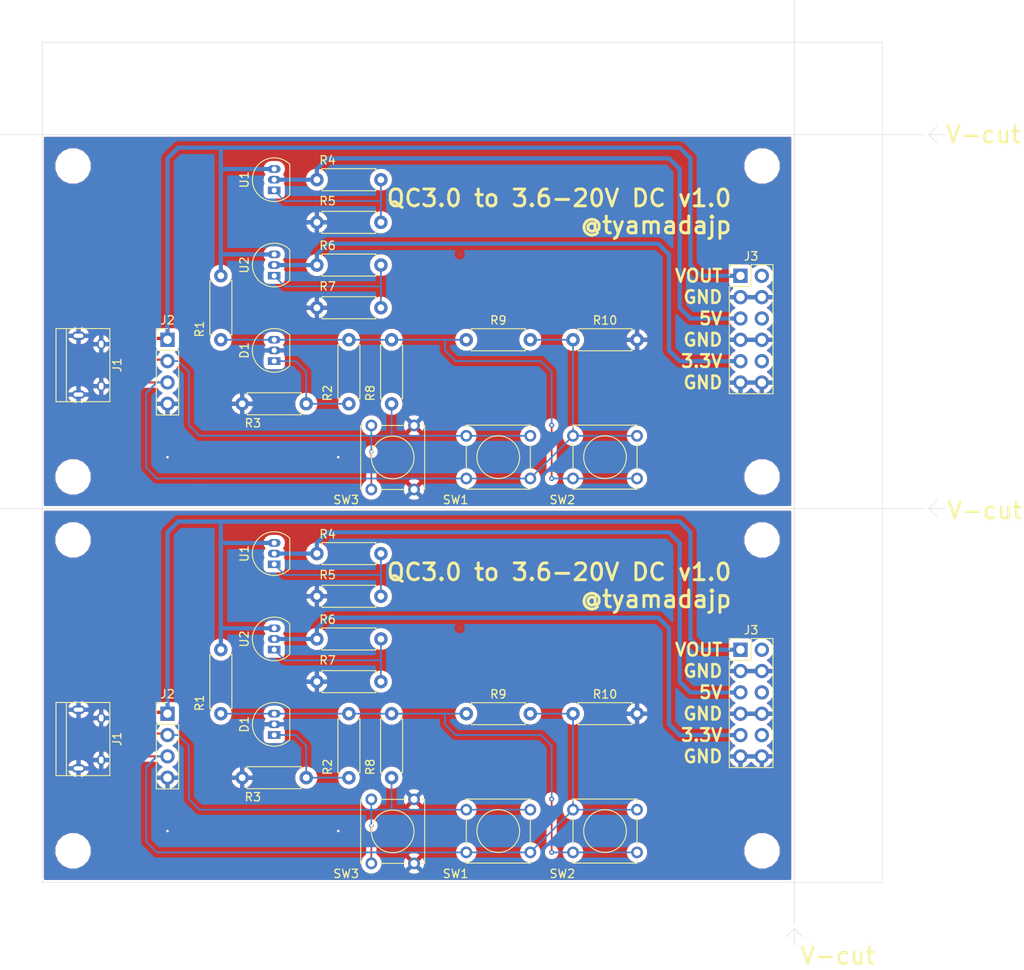
<source format=kicad_pcb>
(kicad_pcb (version 4) (host pcbnew 4.0.7)
  (title_block (title "PCB Namecard - QC3.0 Adapter") (date 2019-08-18) (rev 1) (company "Taisuke Yamada"))
  (layers (0 F.Cu signal) (31 B.Cu signal) (34 B.Paste user hide) (35 F.Paste user hide) (36 B.SilkS user) (37 F.SilkS user) (38 B.Mask user) (39 F.Mask user) (44 Edge.Cuts user))
  (net 0 "")
  (net 1 "Net-(J1-Pad3)")
  (net 2 GND)
  (net 3 "Net-(J1-Pad2)")
  (net 4 "Net-(J1-Pad1)")
  (net 5 "Net-(R6-Pad2)")
  (net 6 "Net-(D1-Pad3)")
  (net 7 "Net-(D1-Pad1)")
  (net 8 "Net-(J3-Pad5)")
  (net 9 "Net-(J3-Pad10)")
  (net 10 "Net-(R4-Pad2)")
  (module Resistors_THT:R_Axial_DIN0207_L6.3mm_D2.5mm_P7.62mm_Horizontal (layer F.Cu) (at 105.31 91.6 180)
    (fp_text reference R7 (at 6.35 2.54 180) (layer F.SilkS))
    (fp_text value 330)
    (pad 1 thru_hole circle (at 0 0 180) (size 1.6 1.6) (drill 0.8) (layers *.Cu *.Mask) (net 5 "Net-(R6-Pad2)"))
    (pad 2 thru_hole oval (at 7.62 0 180) (size 1.6 1.6) (drill 0.8) (layers *.Cu *.Mask) (net 2 GND))
  )
  (module Resistors_THT:R_Axial_DIN0207_L6.3mm_D2.5mm_P7.62mm_Horizontal (layer F.Cu) (at 97.69 76.36)
    (fp_text reference R4 (at 1.27 -2.31) (layer F.SilkS))
    (fp_text value 330)
    (pad 1 thru_hole circle (at 0 0) (size 1.6 1.6) (drill 0.8) (layers *.Cu *.Mask) (net 8 "Net-(J3-Pad5)"))
    (pad 2 thru_hole oval (at 7.62 0) (size 1.6 1.6) (drill 0.8) (layers *.Cu *.Mask) (net 10 "Net-(R4-Pad2)"))
  )
  (module TO_SOT_Packages_THT:TO-92_Inline_Narrow_Oval (layer F.Cu) (at 92.61 87.79 90)
    (fp_text reference U2 (at 1.27 -3.56 90) (layer F.SilkS))
    (fp_text value LM317)
    (pad 2 thru_hole oval (at 1.27 0 270) (size 0.9 1.5) (drill 0.6) (layers *.Cu *.Mask) (net 9 "Net-(J3-Pad10)"))
    (pad 3 thru_hole oval (at 2.54 0 270) (size 0.9 1.5) (drill 0.6) (layers *.Cu *.Mask) (net 4 "Net-(J1-Pad1)"))
    (pad 1 thru_hole rect (at 0 0 270) (size 0.9 1.5) (drill 0.6) (layers *.Cu *.Mask) (net 5 "Net-(R6-Pad2)"))
  )
  (module Resistors_THT:R_Axial_DIN0207_L6.3mm_D2.5mm_P7.62mm_Horizontal (layer F.Cu) (at 97.69 86.52)
    (fp_text reference R6 (at 1.27 -2.31) (layer F.SilkS))
    (fp_text value 220)
    (pad 1 thru_hole circle (at 0 0) (size 1.6 1.6) (drill 0.8) (layers *.Cu *.Mask) (net 9 "Net-(J3-Pad10)"))
    (pad 2 thru_hole oval (at 7.62 0) (size 1.6 1.6) (drill 0.8) (layers *.Cu *.Mask) (net 5 "Net-(R6-Pad2)"))
  )
  (module TO_SOT_Packages_THT:TO-92_Inline_Narrow_Oval (layer F.Cu) (at 92.61 77.63 90)
    (fp_text reference U1 (at 1.27 -3.56 90) (layer F.SilkS))
    (fp_text value LM317)
    (pad 2 thru_hole oval (at 1.27 0 270) (size 0.9 1.5) (drill 0.6) (layers *.Cu *.Mask) (net 8 "Net-(J3-Pad5)"))
    (pad 3 thru_hole oval (at 2.54 0 270) (size 0.9 1.5) (drill 0.6) (layers *.Cu *.Mask) (net 4 "Net-(J1-Pad1)"))
    (pad 1 thru_hole rect (at 0 0 270) (size 0.9 1.5) (drill 0.6) (layers *.Cu *.Mask) (net 10 "Net-(R4-Pad2)"))
  )
  (module Resistors_THT:R_Axial_DIN0207_L6.3mm_D2.5mm_P7.62mm_Horizontal (layer F.Cu) (at 105.31 81.44 180)
    (fp_text reference R5 (at 6.35 2.54 180) (layer F.SilkS))
    (fp_text value 1K)
    (pad 1 thru_hole circle (at 0 0 180) (size 1.6 1.6) (drill 0.8) (layers *.Cu *.Mask) (net 10 "Net-(R4-Pad2)"))
    (pad 2 thru_hole oval (at 7.62 0 180) (size 1.6 1.6) (drill 0.8) (layers *.Cu *.Mask) (net 2 GND))
  )
  (module TO_SOT_Packages_THT:TO-92_Inline_Narrow_Oval (layer F.Cu) (at 92.61 97.95 90)
    (fp_text reference D1 (at 1.27 -3.56 90) (layer F.SilkS))
    (fp_text value TL431)
    (pad 2 thru_hole oval (at 1.27 0 270) (size 0.9 1.5) (drill 0.6) (layers *.Cu *.Mask) (net 2 GND))
    (pad 3 thru_hole oval (at 2.54 0 270) (size 0.9 1.5) (drill 0.6) (layers *.Cu *.Mask) (net 6 "Net-(D1-Pad3)"))
    (pad 1 thru_hole rect (at 0 0 270) (size 0.9 1.5) (drill 0.6) (layers *.Cu *.Mask) (net 7 "Net-(D1-Pad1)"))
  )
  (module Resistors_THT:R_Axial_DIN0207_L6.3mm_D2.5mm_P7.62mm_Horizontal (layer F.Cu) (at 106.58 95.41 270)
    (fp_text reference R8 (at 6.35 2.54 270) (layer F.SilkS))
    (fp_text value 10K)
    (pad 1 thru_hole circle (at 0 0 270) (size 1.6 1.6) (drill 0.8) (layers *.Cu *.Mask) (net 6 "Net-(D1-Pad3)"))
    (pad 2 thru_hole oval (at 7.62 0 270) (size 1.6 1.6) (drill 0.8) (layers *.Cu *.Mask) (net 3 "Net-(J1-Pad2)"))
  )
  (module Resistors_THT:R_Axial_DIN0207_L6.3mm_D2.5mm_P7.62mm_Horizontal (layer F.Cu) (at 101.5 95.41 270)
    (fp_text reference R2 (at 6.35 2.54 270) (layer F.SilkS))
    (fp_text value 3.3K)
    (pad 1 thru_hole circle (at 0 0 270) (size 1.6 1.6) (drill 0.8) (layers *.Cu *.Mask) (net 6 "Net-(D1-Pad3)"))
    (pad 2 thru_hole oval (at 7.62 0 270) (size 1.6 1.6) (drill 0.8) (layers *.Cu *.Mask) (net 7 "Net-(D1-Pad1)"))
  )
  (module Buttons_Switches_THT:SW_Tactile_Straight_KSA0Axx1LFTR (layer F.Cu) (at 104.17 113.23 90)
    (fp_text reference SW3 (at -1.23 -3 180) (layer F.SilkS))
    (fp_text value INIT)
    (pad 1 thru_hole circle (at 7.62 0 90) (size 1.397 1.397) (drill 0.8128) (layers *.Cu *.Mask) (net 3 "Net-(J1-Pad2)"))
    (pad 2 thru_hole circle (at 7.62 5.08 90) (size 1.397 1.397) (drill 0.8128) (layers *.Cu *.Mask) (net 2 GND))
    (pad 1 thru_hole circle (at 0 0 90) (size 1.397 1.397) (drill 0.8128) (layers *.Cu *.Mask) (net 3 "Net-(J1-Pad2)"))
    (pad 2 thru_hole circle (at 0 5.08 90) (size 1.397 1.397) (drill 0.8128) (layers *.Cu *.Mask) (net 2 GND))
  )
  (module Resistors_THT:R_Axial_DIN0207_L6.3mm_D2.5mm_P7.62mm_Horizontal (layer F.Cu) (at 96.42 103.03 180)
    (fp_text reference R3 (at 6.35 -2.31 180) (layer F.SilkS))
    (fp_text value 10K)
    (pad 1 thru_hole circle (at 0 0 180) (size 1.6 1.6) (drill 0.8) (layers *.Cu *.Mask) (net 7 "Net-(D1-Pad1)"))
    (pad 2 thru_hole oval (at 7.62 0 180) (size 1.6 1.6) (drill 0.8) (layers *.Cu *.Mask) (net 2 GND))
  )
  (module Pin_Headers:Pin_Header_Straight_1x04_Pitch2.54mm (layer F.Cu) (at 79.91 95.41)
    (fp_text reference J2 (at 0 -2.33) (layer F.SilkS))
    (fp_text value USB_ALT)
    (pad 1 thru_hole rect (at 0 0) (size 1.7 1.7) (drill 1) (layers *.Cu *.Mask) (net 4 "Net-(J1-Pad1)"))
    (pad 2 thru_hole oval (at 0 2.54) (size 1.7 1.7) (drill 1) (layers *.Cu *.Mask) (net 3 "Net-(J1-Pad2)"))
    (pad 3 thru_hole oval (at 0 5.08) (size 1.7 1.7) (drill 1) (layers *.Cu *.Mask) (net 1 "Net-(J1-Pad3)"))
    (pad 4 thru_hole oval (at 0 7.62) (size 1.7 1.7) (drill 1) (layers *.Cu *.Mask) (net 2 GND))
  )
  (module MountingHole:MountingHole_3.2mm_M3 (layer F.Cu) (at 68.67 111.73)
    (fp_text reference MH4 hide)
    (fp_text value M3 hide)
    (pad 1 np_thru_hole circle (at 0 0) (size 3.2 3.2) (drill 3.2) (layers *.Cu *.Mask))
  )
  (module Resistors_THT:R_Axial_DIN0207_L6.3mm_D2.5mm_P7.62mm_Horizontal (layer F.Cu) (at 86.26 87.79 270)
    (fp_text reference R1 (at 6.35 2.54 270) (layer F.SilkS))
    (fp_text value 100)
    (pad 1 thru_hole circle (at 0 0 270) (size 1.6 1.6) (drill 0.8) (layers *.Cu *.Mask) (net 4 "Net-(J1-Pad1)"))
    (pad 2 thru_hole oval (at 7.62 0 270) (size 1.6 1.6) (drill 0.8) (layers *.Cu *.Mask) (net 6 "Net-(D1-Pad3)"))
  )
  (module Connectors:USB_Micro-B (layer F.Cu) (at 70.67 98.43 270)
    (fp_text reference J1 (at 0 -3.24 270) (layer F.SilkS))
    (fp_text value USB_OTG)
    (pad 1 smd rect (at -1.3 -1.35) (size 1.35 0.4) (layers F.Cu F.Paste F.Mask) (net 4 "Net-(J1-Pad1)"))
    (pad 2 smd rect (at -0.65 -1.35) (size 1.35 0.4) (layers F.Cu F.Paste F.Mask) (net 3 "Net-(J1-Pad2)"))
    (pad 3 smd rect (at 0 -1.35) (size 1.35 0.4) (layers F.Cu F.Paste F.Mask) (net 1 "Net-(J1-Pad3)"))
    (pad 4 smd rect (at 0.65 -1.35) (size 1.35 0.4) (layers F.Cu F.Paste F.Mask) (net 2 GND))
    (pad 5 smd rect (at 1.3 -1.35) (size 1.35 0.4) (layers F.Cu F.Paste F.Mask) (net 2 GND))
    (pad 6 thru_hole oval (at -2.5 -1.35) (size 0.95 1.25) (drill oval 0.55 0.85) (layers *.Cu *.Mask) (net 2 GND))
    (pad 6 thru_hole oval (at 2.5 -1.35) (size 0.95 1.25) (drill oval 0.55 0.85) (layers *.Cu *.Mask) (net 2 GND))
    (pad 6 thru_hole oval (at -3.5 1.35) (size 1.55 1) (drill oval 1.15 0.5) (layers *.Cu *.Mask) (net 2 GND))
    (pad 6 thru_hole oval (at 3.5 1.35) (size 1.55 1) (drill oval 1.15 0.5) (layers *.Cu *.Mask) (net 2 GND))
  )
  (module MountingHole:MountingHole_3.2mm_M3 (layer F.Cu) (at 68.67 74.73)
    (fp_text reference MH1 hide)
    (fp_text value M3 hide)
    (pad 1 np_thru_hole circle (at 0 0) (size 3.2 3.2) (drill 3.2) (layers *.Cu *.Mask))
  )
  (module Pin_Headers:Pin_Header_Straight_2x06_Pitch2.54mm (layer F.Cu) (at 148.1 87.8)
    (fp_text reference J3 (at 1.27 -2.33) (layer F.SilkS))
    (fp_text value POWER_OUT)
    (pad 1 thru_hole rect (at 0 0) (size 1.7 1.7) (drill 1) (layers *.Cu *.Mask) (net 4 "Net-(J1-Pad1)"))
    (pad 2 thru_hole oval (at 2.54 0) (size 1.7 1.7) (drill 1) (layers *.Cu *.Mask) (net 4 "Net-(J1-Pad1)"))
    (pad 3 thru_hole oval (at 0 2.54) (size 1.7 1.7) (drill 1) (layers *.Cu *.Mask) (net 2 GND))
    (pad 4 thru_hole oval (at 2.54 2.54) (size 1.7 1.7) (drill 1) (layers *.Cu *.Mask) (net 2 GND))
    (pad 5 thru_hole oval (at 0 5.08) (size 1.7 1.7) (drill 1) (layers *.Cu *.Mask) (net 8 "Net-(J3-Pad5)"))
    (pad 6 thru_hole oval (at 2.54 5.08) (size 1.7 1.7) (drill 1) (layers *.Cu *.Mask) (net 8 "Net-(J3-Pad5)"))
    (pad 7 thru_hole oval (at 0 7.62) (size 1.7 1.7) (drill 1) (layers *.Cu *.Mask) (net 2 GND))
    (pad 8 thru_hole oval (at 2.54 7.62) (size 1.7 1.7) (drill 1) (layers *.Cu *.Mask) (net 2 GND))
    (pad 9 thru_hole oval (at 0 10.16) (size 1.7 1.7) (drill 1) (layers *.Cu *.Mask) (net 9 "Net-(J3-Pad10)"))
    (pad 10 thru_hole oval (at 2.54 10.16) (size 1.7 1.7) (drill 1) (layers *.Cu *.Mask) (net 9 "Net-(J3-Pad10)"))
    (pad 11 thru_hole oval (at 0 12.7) (size 1.7 1.7) (drill 1) (layers *.Cu *.Mask) (net 2 GND))
    (pad 12 thru_hole oval (at 2.54 12.7) (size 1.7 1.7) (drill 1) (layers *.Cu *.Mask) (net 2 GND))
  )
  (module MountingHole:MountingHole_3.2mm_M3 (layer F.Cu) (at 150.67 74.73)
    (fp_text reference MH2 hide)
    (fp_text value M3 hide)
    (pad 1 np_thru_hole circle (at 0 0) (size 3.2 3.2) (drill 3.2) (layers *.Cu *.Mask))
  )
  (module Resistors_THT:R_Axial_DIN0207_L6.3mm_D2.5mm_P7.62mm_Horizontal (layer F.Cu) (at 128.17 95.41)
    (fp_text reference R10 (at 3.81 -2.31) (layer F.SilkS))
    (fp_text value 3.3K)
    (pad 1 thru_hole circle (at 0 0) (size 1.6 1.6) (drill 0.8) (layers *.Cu *.Mask) (net 1 "Net-(J1-Pad3)"))
    (pad 2 thru_hole oval (at 7.62 0) (size 1.6 1.6) (drill 0.8) (layers *.Cu *.Mask) (net 2 GND))
  )
  (module Buttons_Switches_THT:SW_Tactile_Straight_KSA0Axx1LFTR (layer F.Cu) (at 128.17 106.84)
    (fp_text reference SW2 (at -1.27 7.62) (layer F.SilkS))
    (fp_text value UP)
    (pad 1 thru_hole circle (at 7.62 0) (size 1.397 1.397) (drill 0.8128) (layers *.Cu *.Mask) (net 1 "Net-(J1-Pad3)"))
    (pad 2 thru_hole circle (at 7.62 5.08) (size 1.397 1.397) (drill 0.8128) (layers *.Cu *.Mask) (net 6 "Net-(D1-Pad3)"))
    (pad 1 thru_hole circle (at 0 0) (size 1.397 1.397) (drill 0.8128) (layers *.Cu *.Mask) (net 1 "Net-(J1-Pad3)"))
    (pad 2 thru_hole circle (at 0 5.08) (size 1.397 1.397) (drill 0.8128) (layers *.Cu *.Mask) (net 6 "Net-(D1-Pad3)"))
  )
  (module Resistors_THT:R_Axial_DIN0207_L6.3mm_D2.5mm_P7.62mm_Horizontal (layer F.Cu) (at 115.47 95.41)
    (fp_text reference R9 (at 3.81 -2.31) (layer F.SilkS))
    (fp_text value 10K)
    (pad 1 thru_hole circle (at 0 0) (size 1.6 1.6) (drill 0.8) (layers *.Cu *.Mask) (net 6 "Net-(D1-Pad3)"))
    (pad 2 thru_hole oval (at 7.62 0) (size 1.6 1.6) (drill 0.8) (layers *.Cu *.Mask) (net 1 "Net-(J1-Pad3)"))
  )
  (module MountingHole:MountingHole_3.2mm_M3 (layer F.Cu) (at 150.67 111.73)
    (fp_text reference MH3 hide)
    (fp_text value M3 hide)
    (pad 1 np_thru_hole circle (at 0 0) (size 3.2 3.2) (drill 3.2) (layers *.Cu *.Mask))
  )
  (module Buttons_Switches_THT:SW_Tactile_Straight_KSA0Axx1LFTR (layer F.Cu) (at 115.47 106.84)
    (fp_text reference SW1 (at -1.27 7.62) (layer F.SilkS))
    (fp_text value DOWN)
    (pad 1 thru_hole circle (at 7.62 0) (size 1.397 1.397) (drill 0.8128) (layers *.Cu *.Mask) (net 3 "Net-(J1-Pad2)"))
    (pad 2 thru_hole circle (at 7.62 5.08) (size 1.397 1.397) (drill 0.8128) (layers *.Cu *.Mask) (net 1 "Net-(J1-Pad3)"))
    (pad 1 thru_hole circle (at 0 0) (size 1.397 1.397) (drill 0.8128) (layers *.Cu *.Mask) (net 3 "Net-(J1-Pad2)"))
    (pad 2 thru_hole circle (at 0 5.08) (size 1.397 1.397) (drill 0.8128) (layers *.Cu *.Mask) (net 1 "Net-(J1-Pad3)"))
  )
  (module MountingHole:MountingHole_3.2mm_M3 (layer F.Cu) (at 150.67 156.23)
    (fp_text reference MH3 hide)
    (fp_text value M3 hide)
    (pad 1 np_thru_hole circle (at 0 0) (size 3.2 3.2) (drill 3.2) (layers *.Cu *.Mask))
  )
  (module MountingHole:MountingHole_3.2mm_M3 (layer F.Cu) (at 150.67 119.23)
    (fp_text reference MH2 hide)
    (fp_text value M3 hide)
    (pad 1 np_thru_hole circle (at 0 0) (size 3.2 3.2) (drill 3.2) (layers *.Cu *.Mask))
  )
  (module MountingHole:MountingHole_3.2mm_M3 (layer F.Cu) (at 68.67 156.23)
    (fp_text reference MH4 hide)
    (fp_text value M3 hide)
    (pad 1 np_thru_hole circle (at 0 0) (size 3.2 3.2) (drill 3.2) (layers *.Cu *.Mask))
  )
  (module MountingHole:MountingHole_3.2mm_M3 (layer F.Cu) (at 68.67 119.23)
    (fp_text reference MH1 hide)
    (fp_text value M3 hide)
    (pad 1 np_thru_hole circle (at 0 0) (size 3.2 3.2) (drill 3.2) (layers *.Cu *.Mask))
  )
  (module TO_SOT_Packages_THT:TO-92_Inline_Narrow_Oval (layer F.Cu) (at 92.61 142.45 90)
    (fp_text reference D1 (at 1.27 -3.56 90) (layer F.SilkS))
    (fp_text value TL431)
    (pad 2 thru_hole oval (at 1.27 0 270) (size 0.9 1.5) (drill 0.6) (layers *.Cu *.Mask) (net 2 GND))
    (pad 3 thru_hole oval (at 2.54 0 270) (size 0.9 1.5) (drill 0.6) (layers *.Cu *.Mask) (net 6 "Net-(D1-Pad3)"))
    (pad 1 thru_hole rect (at 0 0 270) (size 0.9 1.5) (drill 0.6) (layers *.Cu *.Mask) (net 7 "Net-(D1-Pad1)"))
  )
  (module Connectors:USB_Micro-B (layer F.Cu) (at 70.67 142.93 270)
    (fp_text reference J1 (at 0 -3.24 270) (layer F.SilkS))
    (fp_text value USB_OTG)
    (pad 1 smd rect (at -1.3 -1.35) (size 1.35 0.4) (layers F.Cu F.Paste F.Mask) (net 4 "Net-(J1-Pad1)"))
    (pad 2 smd rect (at -0.65 -1.35) (size 1.35 0.4) (layers F.Cu F.Paste F.Mask) (net 3 "Net-(J1-Pad2)"))
    (pad 3 smd rect (at 0 -1.35) (size 1.35 0.4) (layers F.Cu F.Paste F.Mask) (net 1 "Net-(J1-Pad3)"))
    (pad 4 smd rect (at 0.65 -1.35) (size 1.35 0.4) (layers F.Cu F.Paste F.Mask) (net 2 GND))
    (pad 5 smd rect (at 1.3 -1.35) (size 1.35 0.4) (layers F.Cu F.Paste F.Mask) (net 2 GND))
    (pad 6 thru_hole oval (at -2.5 -1.35) (size 0.95 1.25) (drill oval 0.55 0.85) (layers *.Cu *.Mask) (net 2 GND))
    (pad 6 thru_hole oval (at 2.5 -1.35) (size 0.95 1.25) (drill oval 0.55 0.85) (layers *.Cu *.Mask) (net 2 GND))
    (pad 6 thru_hole oval (at -3.5 1.35) (size 1.55 1) (drill oval 1.15 0.5) (layers *.Cu *.Mask) (net 2 GND))
    (pad 6 thru_hole oval (at 3.5 1.35) (size 1.55 1) (drill oval 1.15 0.5) (layers *.Cu *.Mask) (net 2 GND))
  )
  (module Pin_Headers:Pin_Header_Straight_1x04_Pitch2.54mm (layer F.Cu) (at 79.91 139.91)
    (fp_text reference J2 (at 0 -2.33) (layer F.SilkS))
    (fp_text value USB_ALT)
    (pad 1 thru_hole rect (at 0 0) (size 1.7 1.7) (drill 1) (layers *.Cu *.Mask) (net 4 "Net-(J1-Pad1)"))
    (pad 2 thru_hole oval (at 0 2.54) (size 1.7 1.7) (drill 1) (layers *.Cu *.Mask) (net 3 "Net-(J1-Pad2)"))
    (pad 3 thru_hole oval (at 0 5.08) (size 1.7 1.7) (drill 1) (layers *.Cu *.Mask) (net 1 "Net-(J1-Pad3)"))
    (pad 4 thru_hole oval (at 0 7.62) (size 1.7 1.7) (drill 1) (layers *.Cu *.Mask) (net 2 GND))
  )
  (module Pin_Headers:Pin_Header_Straight_2x06_Pitch2.54mm (layer F.Cu) (at 148.1 132.3)
    (fp_text reference J3 (at 1.27 -2.33) (layer F.SilkS))
    (fp_text value POWER_OUT)
    (pad 1 thru_hole rect (at 0 0) (size 1.7 1.7) (drill 1) (layers *.Cu *.Mask) (net 4 "Net-(J1-Pad1)"))
    (pad 2 thru_hole oval (at 2.54 0) (size 1.7 1.7) (drill 1) (layers *.Cu *.Mask) (net 4 "Net-(J1-Pad1)"))
    (pad 3 thru_hole oval (at 0 2.54) (size 1.7 1.7) (drill 1) (layers *.Cu *.Mask) (net 2 GND))
    (pad 4 thru_hole oval (at 2.54 2.54) (size 1.7 1.7) (drill 1) (layers *.Cu *.Mask) (net 2 GND))
    (pad 5 thru_hole oval (at 0 5.08) (size 1.7 1.7) (drill 1) (layers *.Cu *.Mask) (net 8 "Net-(J3-Pad5)"))
    (pad 6 thru_hole oval (at 2.54 5.08) (size 1.7 1.7) (drill 1) (layers *.Cu *.Mask) (net 8 "Net-(J3-Pad5)"))
    (pad 7 thru_hole oval (at 0 7.62) (size 1.7 1.7) (drill 1) (layers *.Cu *.Mask) (net 2 GND))
    (pad 8 thru_hole oval (at 2.54 7.62) (size 1.7 1.7) (drill 1) (layers *.Cu *.Mask) (net 2 GND))
    (pad 9 thru_hole oval (at 0 10.16) (size 1.7 1.7) (drill 1) (layers *.Cu *.Mask) (net 9 "Net-(J3-Pad10)"))
    (pad 10 thru_hole oval (at 2.54 10.16) (size 1.7 1.7) (drill 1) (layers *.Cu *.Mask) (net 9 "Net-(J3-Pad10)"))
    (pad 11 thru_hole oval (at 0 12.7) (size 1.7 1.7) (drill 1) (layers *.Cu *.Mask) (net 2 GND))
    (pad 12 thru_hole oval (at 2.54 12.7) (size 1.7 1.7) (drill 1) (layers *.Cu *.Mask) (net 2 GND))
  )
  (module Resistors_THT:R_Axial_DIN0207_L6.3mm_D2.5mm_P7.62mm_Horizontal (layer F.Cu) (at 86.26 132.29 270)
    (fp_text reference R1 (at 6.35 2.54 270) (layer F.SilkS))
    (fp_text value 100)
    (pad 1 thru_hole circle (at 0 0 270) (size 1.6 1.6) (drill 0.8) (layers *.Cu *.Mask) (net 4 "Net-(J1-Pad1)"))
    (pad 2 thru_hole oval (at 7.62 0 270) (size 1.6 1.6) (drill 0.8) (layers *.Cu *.Mask) (net 6 "Net-(D1-Pad3)"))
  )
  (module Resistors_THT:R_Axial_DIN0207_L6.3mm_D2.5mm_P7.62mm_Horizontal (layer F.Cu) (at 101.5 139.91 270)
    (fp_text reference R2 (at 6.35 2.54 270) (layer F.SilkS))
    (fp_text value 3.3K)
    (pad 1 thru_hole circle (at 0 0 270) (size 1.6 1.6) (drill 0.8) (layers *.Cu *.Mask) (net 6 "Net-(D1-Pad3)"))
    (pad 2 thru_hole oval (at 7.62 0 270) (size 1.6 1.6) (drill 0.8) (layers *.Cu *.Mask) (net 7 "Net-(D1-Pad1)"))
  )
  (module Resistors_THT:R_Axial_DIN0207_L6.3mm_D2.5mm_P7.62mm_Horizontal (layer F.Cu) (at 96.42 147.53 180)
    (fp_text reference R3 (at 6.35 -2.31 180) (layer F.SilkS))
    (fp_text value 10K)
    (pad 1 thru_hole circle (at 0 0 180) (size 1.6 1.6) (drill 0.8) (layers *.Cu *.Mask) (net 7 "Net-(D1-Pad1)"))
    (pad 2 thru_hole oval (at 7.62 0 180) (size 1.6 1.6) (drill 0.8) (layers *.Cu *.Mask) (net 2 GND))
  )
  (module Resistors_THT:R_Axial_DIN0207_L6.3mm_D2.5mm_P7.62mm_Horizontal (layer F.Cu) (at 97.69 120.86)
    (fp_text reference R4 (at 1.27 -2.31) (layer F.SilkS))
    (fp_text value 330)
    (pad 1 thru_hole circle (at 0 0) (size 1.6 1.6) (drill 0.8) (layers *.Cu *.Mask) (net 8 "Net-(J3-Pad5)"))
    (pad 2 thru_hole oval (at 7.62 0) (size 1.6 1.6) (drill 0.8) (layers *.Cu *.Mask) (net 10 "Net-(R4-Pad2)"))
  )
  (module Resistors_THT:R_Axial_DIN0207_L6.3mm_D2.5mm_P7.62mm_Horizontal (layer F.Cu) (at 105.31 125.94 180)
    (fp_text reference R5 (at 6.35 2.54 180) (layer F.SilkS))
    (fp_text value 1K)
    (pad 1 thru_hole circle (at 0 0 180) (size 1.6 1.6) (drill 0.8) (layers *.Cu *.Mask) (net 10 "Net-(R4-Pad2)"))
    (pad 2 thru_hole oval (at 7.62 0 180) (size 1.6 1.6) (drill 0.8) (layers *.Cu *.Mask) (net 2 GND))
  )
  (module Resistors_THT:R_Axial_DIN0207_L6.3mm_D2.5mm_P7.62mm_Horizontal (layer F.Cu) (at 97.69 131.02)
    (fp_text reference R6 (at 1.27 -2.31) (layer F.SilkS))
    (fp_text value 220)
    (pad 1 thru_hole circle (at 0 0) (size 1.6 1.6) (drill 0.8) (layers *.Cu *.Mask) (net 9 "Net-(J3-Pad10)"))
    (pad 2 thru_hole oval (at 7.62 0) (size 1.6 1.6) (drill 0.8) (layers *.Cu *.Mask) (net 5 "Net-(R6-Pad2)"))
  )
  (module Resistors_THT:R_Axial_DIN0207_L6.3mm_D2.5mm_P7.62mm_Horizontal (layer F.Cu) (at 105.31 136.1 180)
    (fp_text reference R7 (at 6.35 2.54 180) (layer F.SilkS))
    (fp_text value 330)
    (pad 1 thru_hole circle (at 0 0 180) (size 1.6 1.6) (drill 0.8) (layers *.Cu *.Mask) (net 5 "Net-(R6-Pad2)"))
    (pad 2 thru_hole oval (at 7.62 0 180) (size 1.6 1.6) (drill 0.8) (layers *.Cu *.Mask) (net 2 GND))
  )
  (module Resistors_THT:R_Axial_DIN0207_L6.3mm_D2.5mm_P7.62mm_Horizontal (layer F.Cu) (at 106.58 139.91 270)
    (fp_text reference R8 (at 6.35 2.54 270) (layer F.SilkS))
    (fp_text value 10K)
    (pad 1 thru_hole circle (at 0 0 270) (size 1.6 1.6) (drill 0.8) (layers *.Cu *.Mask) (net 6 "Net-(D1-Pad3)"))
    (pad 2 thru_hole oval (at 7.62 0 270) (size 1.6 1.6) (drill 0.8) (layers *.Cu *.Mask) (net 3 "Net-(J1-Pad2)"))
  )
  (module Resistors_THT:R_Axial_DIN0207_L6.3mm_D2.5mm_P7.62mm_Horizontal (layer F.Cu) (at 115.47 139.91)
    (fp_text reference R9 (at 3.81 -2.31) (layer F.SilkS))
    (fp_text value 10K)
    (pad 1 thru_hole circle (at 0 0) (size 1.6 1.6) (drill 0.8) (layers *.Cu *.Mask) (net 6 "Net-(D1-Pad3)"))
    (pad 2 thru_hole oval (at 7.62 0) (size 1.6 1.6) (drill 0.8) (layers *.Cu *.Mask) (net 1 "Net-(J1-Pad3)"))
  )
  (module Resistors_THT:R_Axial_DIN0207_L6.3mm_D2.5mm_P7.62mm_Horizontal (layer F.Cu) (at 128.17 139.91)
    (fp_text reference R10 (at 3.81 -2.31) (layer F.SilkS))
    (fp_text value 3.3K)
    (pad 1 thru_hole circle (at 0 0) (size 1.6 1.6) (drill 0.8) (layers *.Cu *.Mask) (net 1 "Net-(J1-Pad3)"))
    (pad 2 thru_hole oval (at 7.62 0) (size 1.6 1.6) (drill 0.8) (layers *.Cu *.Mask) (net 2 GND))
  )
  (module Buttons_Switches_THT:SW_Tactile_Straight_KSA0Axx1LFTR (layer F.Cu) (at 115.47 151.34)
    (fp_text reference SW1 (at -1.27 7.62) (layer F.SilkS))
    (fp_text value DOWN)
    (pad 1 thru_hole circle (at 7.62 0) (size 1.397 1.397) (drill 0.8128) (layers *.Cu *.Mask) (net 3 "Net-(J1-Pad2)"))
    (pad 2 thru_hole circle (at 7.62 5.08) (size 1.397 1.397) (drill 0.8128) (layers *.Cu *.Mask) (net 1 "Net-(J1-Pad3)"))
    (pad 1 thru_hole circle (at 0 0) (size 1.397 1.397) (drill 0.8128) (layers *.Cu *.Mask) (net 3 "Net-(J1-Pad2)"))
    (pad 2 thru_hole circle (at 0 5.08) (size 1.397 1.397) (drill 0.8128) (layers *.Cu *.Mask) (net 1 "Net-(J1-Pad3)"))
  )
  (module Buttons_Switches_THT:SW_Tactile_Straight_KSA0Axx1LFTR (layer F.Cu) (at 128.17 151.34)
    (fp_text reference SW2 (at -1.27 7.62) (layer F.SilkS))
    (fp_text value UP)
    (pad 1 thru_hole circle (at 7.62 0) (size 1.397 1.397) (drill 0.8128) (layers *.Cu *.Mask) (net 1 "Net-(J1-Pad3)"))
    (pad 2 thru_hole circle (at 7.62 5.08) (size 1.397 1.397) (drill 0.8128) (layers *.Cu *.Mask) (net 6 "Net-(D1-Pad3)"))
    (pad 1 thru_hole circle (at 0 0) (size 1.397 1.397) (drill 0.8128) (layers *.Cu *.Mask) (net 1 "Net-(J1-Pad3)"))
    (pad 2 thru_hole circle (at 0 5.08) (size 1.397 1.397) (drill 0.8128) (layers *.Cu *.Mask) (net 6 "Net-(D1-Pad3)"))
  )
  (module TO_SOT_Packages_THT:TO-92_Inline_Narrow_Oval (layer F.Cu) (at 92.61 122.13 90)
    (fp_text reference U1 (at 1.27 -3.56 90) (layer F.SilkS))
    (fp_text value LM317)
    (pad 2 thru_hole oval (at 1.27 0 270) (size 0.9 1.5) (drill 0.6) (layers *.Cu *.Mask) (net 8 "Net-(J3-Pad5)"))
    (pad 3 thru_hole oval (at 2.54 0 270) (size 0.9 1.5) (drill 0.6) (layers *.Cu *.Mask) (net 4 "Net-(J1-Pad1)"))
    (pad 1 thru_hole rect (at 0 0 270) (size 0.9 1.5) (drill 0.6) (layers *.Cu *.Mask) (net 10 "Net-(R4-Pad2)"))
  )
  (module TO_SOT_Packages_THT:TO-92_Inline_Narrow_Oval (layer F.Cu) (at 92.61 132.29 90)
    (fp_text reference U2 (at 1.27 -3.56 90) (layer F.SilkS))
    (fp_text value LM317)
    (pad 2 thru_hole oval (at 1.27 0 270) (size 0.9 1.5) (drill 0.6) (layers *.Cu *.Mask) (net 9 "Net-(J3-Pad10)"))
    (pad 3 thru_hole oval (at 2.54 0 270) (size 0.9 1.5) (drill 0.6) (layers *.Cu *.Mask) (net 4 "Net-(J1-Pad1)"))
    (pad 1 thru_hole rect (at 0 0 270) (size 0.9 1.5) (drill 0.6) (layers *.Cu *.Mask) (net 5 "Net-(R6-Pad2)"))
  )
  (module Buttons_Switches_THT:SW_Tactile_Straight_KSA0Axx1LFTR (layer F.Cu) (at 104.17 157.73 90)
    (fp_text reference SW3 (at -1.23 -3 180) (layer F.SilkS))
    (fp_text value INIT)
    (pad 1 thru_hole circle (at 7.62 0 90) (size 1.397 1.397) (drill 0.8128) (layers *.Cu *.Mask) (net 3 "Net-(J1-Pad2)"))
    (pad 2 thru_hole circle (at 7.62 5.08 90) (size 1.397 1.397) (drill 0.8128) (layers *.Cu *.Mask) (net 2 GND))
    (pad 1 thru_hole circle (at 0 0 90) (size 1.397 1.397) (drill 0.8128) (layers *.Cu *.Mask) (net 3 "Net-(J1-Pad2)"))
    (pad 2 thru_hole circle (at 0 5.08 90) (size 1.397 1.397) (drill 0.8128) (layers *.Cu *.Mask) (net 2 GND))
  )
  (gr_line (start 172.5 71) (end 170.5 71) (layer Edge.Cuts) (width 0.05))
  (gr_line (start 170.5 71) (end 171.5 72) (layer Edge.Cuts) (width 0.05))
  (gr_line (start 171.5 70) (end 170.5 71) (layer Edge.Cuts) (width 0.05))
  (gr_line (start 170.5 115.5) (end 172.5 115.5) (layer Edge.Cuts) (width 0.05))
  (gr_line (start 170.5 115.5) (end 171.5 116.5) (layer Edge.Cuts) (width 0.05))
  (gr_line (start 171.5 114.5) (end 170.5 115.5) (layer Edge.Cuts) (width 0.05))
  (gr_line (start 154.5 165.5) (end 154.5 167.5) (layer Edge.Cuts) (width 0.05))
  (gr_line (start 154.5 165.5) (end 155.5 166.5) (layer Edge.Cuts) (width 0.05))
  (gr_line (start 153.5 166.5) (end 154.5 165.5) (layer Edge.Cuts) (width 0.05))
  (gr_line (start 154.5 55) (end 154.5 165) (layer Edge.Cuts) (width 0.05))
  (gr_line (start 170 71) (end 60 71) (layer Edge.Cuts) (width 0.05))
  (gr_line (start 60 115.5) (end 170 115.5) (layer Edge.Cuts) (width 0.05))
  (gr_line (start 65 60) (end 65 160) (layer Edge.Cuts) (width 0.05))
  (gr_line (start 165 60) (end 65 60) (layer Edge.Cuts) (width 0.05))
  (gr_line (start 165 160) (end 165 60) (layer Edge.Cuts) (width 0.05))
  (gr_line (start 65 160) (end 165 160) (layer Edge.Cuts) (width 0.05))
  (gr_text V-cut (at 159.67 168.73) (layer F.SilkS) (effects (font (size 2 2) (thickness 0.3))))
  (gr_text V-cut (at 177.17 115.73) (layer F.SilkS) (effects (font (size 2 2) (thickness 0.3))))
  (gr_text V-cut (at 177 71) (layer F.SilkS) (effects (font (size 2 2) (thickness 0.3))))
  (gr_text "GND\n" (at 146.11 90.34) (layer F.SilkS) (effects (font (size 1.5 1.5) (thickness 0.3)) (justify right)))
  (gr_text 5V (at 146.11 92.88) (layer F.SilkS) (effects (font (size 1.5 1.5) (thickness 0.3)) (justify right)))
  (gr_text "GND\n" (at 146.11 95.42) (layer F.SilkS) (effects (font (size 1.5 1.5) (thickness 0.3)) (justify right)))
  (gr_text 3.3V (at 146.11 97.96) (layer F.SilkS) (effects (font (size 1.5 1.5) (thickness 0.3)) (justify right)))
  (gr_text "QC3.0 to 3.6-20V DC v1.0\n@tyamadajp" (at 147.22 80.17) (layer F.SilkS) (effects (font (size 2 2) (thickness 0.35)) (justify right)))
  (gr_text VOUT (at 146.11 87.8) (layer F.SilkS) (effects (font (size 1.5 1.5) (thickness 0.3)) (justify right)))
  (gr_text "GND\n" (at 146.11 100.5) (layer F.SilkS) (effects (font (size 1.5 1.5) (thickness 0.3)) (justify right)))
  (gr_text "QC3.0 to 3.6-20V DC v1.0\n@tyamadajp" (at 147.22 124.67) (layer F.SilkS) (effects (font (size 2 2) (thickness 0.35)) (justify right)))
  (gr_text 3.3V (at 146.11 142.46) (layer F.SilkS) (effects (font (size 1.5 1.5) (thickness 0.3)) (justify right)))
  (gr_text 5V (at 146.11 137.38) (layer F.SilkS) (effects (font (size 1.5 1.5) (thickness 0.3)) (justify right)))
  (gr_text "GND\n" (at 146.11 145) (layer F.SilkS) (effects (font (size 1.5 1.5) (thickness 0.3)) (justify right)))
  (gr_text "GND\n" (at 146.11 139.92) (layer F.SilkS) (effects (font (size 1.5 1.5) (thickness 0.3)) (justify right)))
  (gr_text "GND\n" (at 146.11 134.84) (layer F.SilkS) (effects (font (size 1.5 1.5) (thickness 0.3)) (justify right)))
  (gr_text VOUT (at 146.11 132.3) (layer F.SilkS) (effects (font (size 1.5 1.5) (thickness 0.3)) (justify right)))
  (segment (start 114.69 85.25) (end 114.67 85.23) (width 0.2) (layer B.Cu) (net 0))
  (segment (start 114.69 129.75) (end 114.67 129.73) (width 0.2) (layer B.Cu) (net 0))
  (segment (start 83.72 111.92) (end 115.47 111.92) (width 0.2) (layer B.Cu) (net 1))
  (segment (start 78.64 100.49) (end 79.91 100.49) (width 0.25) (layer B.Cu) (net 1))
  (segment (start 77.37 101.76) (end 77.37 110.65) (width 0.2) (layer B.Cu) (net 1))
  (segment (start 78.64 111.92) (end 77.37 110.65) (width 0.2) (layer B.Cu) (net 1))
  (segment (start 83.72 111.92) (end 78.64 111.92) (width 0.2) (layer B.Cu) (net 1))
  (segment (start 77.37 101.76) (end 78.64 100.49) (width 0.25) (layer B.Cu) (net 1))
  (segment (start 128.17 106.84) (end 135.79 106.84) (width 0.2) (layer B.Cu) (net 1))
  (segment (start 128.17 106.84) (end 123.09 111.92) (width 0.2) (layer B.Cu) (net 1))
  (segment (start 123.09 111.92) (end 115.47 111.92) (width 0.2) (layer B.Cu) (net 1))
  (segment (start 128.17 95.41) (end 128.17 106.84) (width 0.2) (layer B.Cu) (net 1))
  (segment (start 123.09 95.41) (end 128.17 95.41) (width 0.2) (layer B.Cu) (net 1))
  (segment (start 72.02 98.43) (end 74.04 98.43) (width 0.25) (layer F.Cu) (net 1))
  (segment (start 74.04 98.43) (end 76.1 100.49) (width 0.25) (layer F.Cu) (net 1))
  (segment (start 76.1 100.49) (end 79.91 100.49) (width 0.25) (layer F.Cu) (net 1))
  (segment (start 77.37 146.26) (end 77.37 155.15) (width 0.2) (layer B.Cu) (net 1))
  (segment (start 77.37 146.26) (end 78.64 144.99) (width 0.25) (layer B.Cu) (net 1))
  (segment (start 78.64 144.99) (end 79.91 144.99) (width 0.25) (layer B.Cu) (net 1))
  (segment (start 74.04 142.93) (end 76.1 144.99) (width 0.25) (layer F.Cu) (net 1))
  (segment (start 76.1 144.99) (end 79.91 144.99) (width 0.25) (layer F.Cu) (net 1))
  (segment (start 72.02 142.93) (end 74.04 142.93) (width 0.25) (layer F.Cu) (net 1))
  (segment (start 128.17 151.34) (end 135.79 151.34) (width 0.2) (layer B.Cu) (net 1))
  (segment (start 123.09 156.42) (end 115.47 156.42) (width 0.2) (layer B.Cu) (net 1))
  (segment (start 128.17 151.34) (end 123.09 156.42) (width 0.2) (layer B.Cu) (net 1))
  (segment (start 128.17 139.91) (end 128.17 151.34) (width 0.2) (layer B.Cu) (net 1))
  (segment (start 123.09 139.91) (end 128.17 139.91) (width 0.2) (layer B.Cu) (net 1))
  (segment (start 78.64 156.42) (end 77.37 155.15) (width 0.2) (layer B.Cu) (net 1))
  (segment (start 83.72 156.42) (end 78.64 156.42) (width 0.2) (layer B.Cu) (net 1))
  (segment (start 83.72 156.42) (end 115.47 156.42) (width 0.2) (layer B.Cu) (net 1))
  (segment (start 79.91 109.38) (end 100.23 109.38) (width 0.2) (layer B.Cu) (net 2))
  (segment (start 79.91 103.03) (end 79.91 109.38) (width 0.2) (layer F.Cu) (net 2))
  (segment (start 148.08 100.48) (end 148.1 100.5) (width 0.2) (layer F.Cu) (net 2))
  (via (at 100.23 109.38) (size 0.5) (drill 0.3) (layers F.Cu B.Cu) (net 2))
  (via (at 79.91 109.38) (size 0.5) (drill 0.3) (layers F.Cu B.Cu) (net 2))
  (segment (start 79.91 147.53) (end 79.91 153.88) (width 0.2) (layer F.Cu) (net 2))
  (segment (start 79.91 153.88) (end 100.23 153.88) (width 0.2) (layer B.Cu) (net 2))
  (via (at 100.23 153.88) (size 0.5) (drill 0.3) (layers F.Cu B.Cu) (net 2))
  (segment (start 148.08 144.98) (end 148.1 145) (width 0.2) (layer F.Cu) (net 2))
  (via (at 79.91 153.88) (size 0.5) (drill 0.3) (layers F.Cu B.Cu) (net 2))
  (segment (start 110.39 106.84) (end 90.07 106.84) (width 0.2) (layer B.Cu) (net 3))
  (segment (start 90.07 106.84) (end 83.72 106.84) (width 0.2) (layer B.Cu) (net 3))
  (segment (start 106.58 106.84) (end 106.58 103.03) (width 0.2) (layer B.Cu) (net 3))
  (segment (start 104.17 105.61) (end 104.17 106.597828) (width 0.2) (layer B.Cu) (net 3))
  (segment (start 115.47 106.84) (end 110.39 106.84) (width 0.2) (layer B.Cu) (net 3))
  (segment (start 104.17 106.597828) (end 104.17 108.73) (width 0.2) (layer B.Cu) (net 3))
  (segment (start 81.18 97.95) (end 82.45 99.22) (width 0.2) (layer B.Cu) (net 3))
  (segment (start 81.18 97.95) (end 79.91 97.95) (width 0.2) (layer B.Cu) (net 3))
  (segment (start 82.45 99.22) (end 82.45 105.57) (width 0.2) (layer B.Cu) (net 3))
  (segment (start 83.72 106.84) (end 82.45 105.57) (width 0.2) (layer B.Cu) (net 3))
  (segment (start 115.47 106.84) (end 123.09 106.84) (width 0.2) (layer B.Cu) (net 3))
  (segment (start 72.02 97.78) (end 79.74 97.78) (width 0.25) (layer F.Cu) (net 3))
  (segment (start 79.9 97.78) (end 79.91 97.79) (width 0.2) (layer F.Cu) (net 3))
  (segment (start 79.74 97.78) (end 79.91 97.95) (width 0.25) (layer F.Cu) (net 3))
  (segment (start 104.17 108.73) (end 104.17 113.23) (width 0.2) (layer F.Cu) (net 3))
  (via (at 104.17 108.73) (size 0.5) (drill 0.3) (layers F.Cu B.Cu) (net 3))
  (segment (start 82.45 143.72) (end 82.45 150.07) (width 0.2) (layer B.Cu) (net 3))
  (segment (start 72.02 142.28) (end 79.74 142.28) (width 0.25) (layer F.Cu) (net 3))
  (segment (start 79.74 142.28) (end 79.91 142.45) (width 0.25) (layer F.Cu) (net 3))
  (segment (start 104.17 153.23) (end 104.17 157.73) (width 0.2) (layer F.Cu) (net 3))
  (segment (start 104.17 151.097828) (end 104.17 153.23) (width 0.2) (layer B.Cu) (net 3))
  (via (at 104.17 153.23) (size 0.5) (drill 0.3) (layers F.Cu B.Cu) (net 3))
  (segment (start 104.17 150.11) (end 104.17 151.097828) (width 0.2) (layer B.Cu) (net 3))
  (segment (start 115.47 151.34) (end 123.09 151.34) (width 0.2) (layer B.Cu) (net 3))
  (segment (start 79.9 142.28) (end 79.91 142.29) (width 0.2) (layer F.Cu) (net 3))
  (segment (start 83.72 151.34) (end 82.45 150.07) (width 0.2) (layer B.Cu) (net 3))
  (segment (start 90.07 151.34) (end 83.72 151.34) (width 0.2) (layer B.Cu) (net 3))
  (segment (start 110.39 151.34) (end 90.07 151.34) (width 0.2) (layer B.Cu) (net 3))
  (segment (start 115.47 151.34) (end 110.39 151.34) (width 0.2) (layer B.Cu) (net 3))
  (segment (start 106.58 151.34) (end 106.58 147.53) (width 0.2) (layer B.Cu) (net 3))
  (segment (start 81.18 142.45) (end 79.91 142.45) (width 0.2) (layer B.Cu) (net 3))
  (segment (start 81.18 142.45) (end 82.45 143.72) (width 0.2) (layer B.Cu) (net 3))
  (segment (start 79.91 73.82) (end 79.91 81.44) (width 0.5) (layer B.Cu) (net 4))
  (segment (start 86.26 87.79) (end 86.26 85.25) (width 0.5) (layer B.Cu) (net 4))
  (segment (start 79.91 81.44) (end 79.91 95.41) (width 0.5) (layer B.Cu) (net 4))
  (segment (start 86.26 85.25) (end 92.61 85.25) (width 0.5) (layer B.Cu) (net 4))
  (segment (start 86.4 75.09) (end 92.61 75.09) (width 0.5) (layer B.Cu) (net 4))
  (segment (start 86.26 75.23) (end 86.4 75.09) (width 0.2) (layer B.Cu) (net 4))
  (segment (start 86.17 72.55) (end 90.07 72.55) (width 0.5) (layer B.Cu) (net 4))
  (segment (start 86.26 72.64) (end 86.17 72.55) (width 0.2) (layer B.Cu) (net 4))
  (segment (start 86.26 85.25) (end 86.26 75.23) (width 0.5) (layer B.Cu) (net 4))
  (segment (start 86.26 75.23) (end 86.26 72.64) (width 0.5) (layer B.Cu) (net 4))
  (segment (start 81.18 72.55) (end 86.17 72.55) (width 0.5) (layer B.Cu) (net 4))
  (segment (start 81.18 72.55) (end 79.91 73.82) (width 0.5) (layer B.Cu) (net 4))
  (segment (start 142.14 73.82) (end 140.87 72.55) (width 0.5) (layer B.Cu) (net 4))
  (segment (start 140.87 72.55) (end 90.07 72.55) (width 0.5) (layer B.Cu) (net 4))
  (segment (start 143.42 87.8) (end 142.14 86.52) (width 0.5) (layer B.Cu) (net 4))
  (segment (start 142.14 86.52) (end 142.14 73.82) (width 0.5) (layer B.Cu) (net 4))
  (segment (start 147.92 87.8) (end 148.1 87.98) (width 0.2) (layer B.Cu) (net 4))
  (segment (start 148.1 87.8) (end 143.42 87.8) (width 0.5) (layer B.Cu) (net 4))
  (segment (start 72.02 97.13) (end 74.22 97.13) (width 0.4) (layer F.Cu) (net 4))
  (segment (start 74.22 97.13) (end 76.1 95.25) (width 0.4) (layer F.Cu) (net 4))
  (segment (start 76.1 95.25) (end 79.91 95.25) (width 0.4) (layer F.Cu) (net 4))
  (segment (start 79.91 125.94) (end 79.91 139.91) (width 0.5) (layer B.Cu) (net 4))
  (segment (start 140.87 117.05) (end 90.07 117.05) (width 0.5) (layer B.Cu) (net 4))
  (segment (start 142.14 118.32) (end 140.87 117.05) (width 0.5) (layer B.Cu) (net 4))
  (segment (start 142.14 131.02) (end 142.14 118.32) (width 0.5) (layer B.Cu) (net 4))
  (segment (start 143.42 132.3) (end 142.14 131.02) (width 0.5) (layer B.Cu) (net 4))
  (segment (start 148.1 132.3) (end 143.42 132.3) (width 0.5) (layer B.Cu) (net 4))
  (segment (start 79.91 118.32) (end 79.91 125.94) (width 0.5) (layer B.Cu) (net 4))
  (segment (start 81.18 117.05) (end 86.17 117.05) (width 0.5) (layer B.Cu) (net 4))
  (segment (start 81.18 117.05) (end 79.91 118.32) (width 0.5) (layer B.Cu) (net 4))
  (segment (start 86.26 129.75) (end 86.26 119.73) (width 0.5) (layer B.Cu) (net 4))
  (segment (start 86.26 132.29) (end 86.26 129.75) (width 0.5) (layer B.Cu) (net 4))
  (segment (start 86.26 129.75) (end 92.61 129.75) (width 0.5) (layer B.Cu) (net 4))
  (segment (start 86.26 119.73) (end 86.26 117.14) (width 0.5) (layer B.Cu) (net 4))
  (segment (start 86.26 119.73) (end 86.4 119.59) (width 0.2) (layer B.Cu) (net 4))
  (segment (start 86.4 119.59) (end 92.61 119.59) (width 0.5) (layer B.Cu) (net 4))
  (segment (start 86.17 117.05) (end 90.07 117.05) (width 0.5) (layer B.Cu) (net 4))
  (segment (start 86.26 117.14) (end 86.17 117.05) (width 0.2) (layer B.Cu) (net 4))
  (segment (start 74.22 141.63) (end 76.1 139.75) (width 0.4) (layer F.Cu) (net 4))
  (segment (start 76.1 139.75) (end 79.91 139.75) (width 0.4) (layer F.Cu) (net 4))
  (segment (start 72.02 141.63) (end 74.22 141.63) (width 0.4) (layer F.Cu) (net 4))
  (segment (start 147.92 132.3) (end 148.1 132.48) (width 0.2) (layer B.Cu) (net 4))
  (segment (start 93.88 89.06) (end 92.61 87.79) (width 0.2) (layer B.Cu) (net 5))
  (segment (start 105.31 89.06) (end 93.88 89.06) (width 0.2) (layer B.Cu) (net 5))
  (segment (start 105.31 89.06) (end 105.31 91.6) (width 0.2) (layer B.Cu) (net 5))
  (segment (start 105.31 86.52) (end 105.31 89.06) (width 0.2) (layer B.Cu) (net 5))
  (segment (start 93.88 133.56) (end 92.61 132.29) (width 0.2) (layer B.Cu) (net 5))
  (segment (start 105.31 133.56) (end 105.31 136.1) (width 0.2) (layer B.Cu) (net 5))
  (segment (start 105.31 131.02) (end 105.31 133.56) (width 0.2) (layer B.Cu) (net 5))
  (segment (start 105.31 133.56) (end 93.88 133.56) (width 0.2) (layer B.Cu) (net 5))
  (segment (start 100.23 95.41) (end 92.61 95.41) (width 0.2) (layer B.Cu) (net 6))
  (segment (start 92.61 95.41) (end 86.26 95.41) (width 0.2) (layer B.Cu) (net 6))
  (segment (start 112.93 95.41) (end 112.93 96.68) (width 0.2) (layer B.Cu) (net 6))
  (segment (start 115.47 95.41) (end 112.93 95.41) (width 0.2) (layer B.Cu) (net 6))
  (segment (start 112.93 95.41) (end 100.23 95.41) (width 0.2) (layer B.Cu) (net 6))
  (segment (start 112.93 96.68) (end 114.2 97.95) (width 0.2) (layer B.Cu) (net 6))
  (segment (start 135.79 111.92) (end 128.17 111.92) (width 0.2) (layer B.Cu) (net 6))
  (segment (start 125.63 111.92) (end 128.17 111.92) (width 0.2) (layer B.Cu) (net 6))
  (segment (start 114.2 97.95) (end 124.36 97.95) (width 0.2) (layer B.Cu) (net 6))
  (segment (start 125.63 99.22) (end 125.63 105.57) (width 0.2) (layer B.Cu) (net 6))
  (segment (start 124.36 97.95) (end 125.63 99.22) (width 0.2) (layer B.Cu) (net 6))
  (segment (start 125.63 105.57) (end 125.63 111.92) (width 0.2) (layer F.Cu) (net 6))
  (via (at 125.63 105.57) (size 0.6) (drill 0.3) (layers F.Cu B.Cu) (net 6))
  (via (at 125.63 111.92) (size 0.6) (drill 0.3) (layers F.Cu B.Cu) (net 6))
  (segment (start 125.63 156.42) (end 128.17 156.42) (width 0.2) (layer B.Cu) (net 6))
  (segment (start 125.63 150.07) (end 125.63 156.42) (width 0.2) (layer F.Cu) (net 6))
  (via (at 125.63 156.42) (size 0.6) (drill 0.3) (layers F.Cu B.Cu) (net 6))
  (segment (start 124.36 142.45) (end 125.63 143.72) (width 0.2) (layer B.Cu) (net 6))
  (segment (start 125.63 143.72) (end 125.63 150.07) (width 0.2) (layer B.Cu) (net 6))
  (via (at 125.63 150.07) (size 0.6) (drill 0.3) (layers F.Cu B.Cu) (net 6))
  (segment (start 114.2 142.45) (end 124.36 142.45) (width 0.2) (layer B.Cu) (net 6))
  (segment (start 112.93 141.18) (end 114.2 142.45) (width 0.2) (layer B.Cu) (net 6))
  (segment (start 112.93 139.91) (end 100.23 139.91) (width 0.2) (layer B.Cu) (net 6))
  (segment (start 115.47 139.91) (end 112.93 139.91) (width 0.2) (layer B.Cu) (net 6))
  (segment (start 112.93 139.91) (end 112.93 141.18) (width 0.2) (layer B.Cu) (net 6))
  (segment (start 135.79 156.42) (end 128.17 156.42) (width 0.2) (layer B.Cu) (net 6))
  (segment (start 100.23 139.91) (end 92.61 139.91) (width 0.2) (layer B.Cu) (net 6))
  (segment (start 92.61 139.91) (end 86.26 139.91) (width 0.2) (layer B.Cu) (net 6))
  (segment (start 95.15 97.95) (end 92.61 97.95) (width 0.2) (layer B.Cu) (net 7))
  (segment (start 96.42 99.22) (end 95.15 97.95) (width 0.2) (layer B.Cu) (net 7))
  (segment (start 101.5 103.03) (end 96.42 103.03) (width 0.2) (layer B.Cu) (net 7))
  (segment (start 96.42 103.03) (end 96.42 99.22) (width 0.2) (layer B.Cu) (net 7))
  (segment (start 96.42 143.72) (end 95.15 142.45) (width 0.2) (layer B.Cu) (net 7))
  (segment (start 95.15 142.45) (end 92.61 142.45) (width 0.2) (layer B.Cu) (net 7))
  (segment (start 96.42 147.53) (end 96.42 143.72) (width 0.2) (layer B.Cu) (net 7))
  (segment (start 101.5 147.53) (end 96.42 147.53) (width 0.2) (layer B.Cu) (net 7))
  (segment (start 97.69 76.36) (end 97.69 75.09) (width 0.5) (layer B.Cu) (net 8))
  (segment (start 97.69 75.09) (end 98.96 73.82) (width 0.5) (layer B.Cu) (net 8))
  (segment (start 92.61 76.36) (end 97.69 76.36) (width 0.5) (layer B.Cu) (net 8))
  (segment (start 140.87 91.6) (end 140.87 75.09) (width 0.5) (layer B.Cu) (net 8))
  (segment (start 140.87 75.09) (end 139.6 73.82) (width 0.5) (layer B.Cu) (net 8))
  (segment (start 98.96 73.82) (end 106.58 73.82) (width 0.5) (layer B.Cu) (net 8))
  (segment (start 139.6 73.82) (end 106.58 73.82) (width 0.5) (layer B.Cu) (net 8))
  (segment (start 142.15 92.88) (end 140.87 91.6) (width 0.5) (layer B.Cu) (net 8))
  (segment (start 148.1 92.88) (end 142.15 92.88) (width 0.5) (layer B.Cu) (net 8))
  (segment (start 139.6 118.32) (end 106.58 118.32) (width 0.5) (layer B.Cu) (net 8))
  (segment (start 140.87 119.59) (end 139.6 118.32) (width 0.5) (layer B.Cu) (net 8))
  (segment (start 140.87 136.1) (end 140.87 119.59) (width 0.5) (layer B.Cu) (net 8))
  (segment (start 142.15 137.38) (end 140.87 136.1) (width 0.5) (layer B.Cu) (net 8))
  (segment (start 148.1 137.38) (end 142.15 137.38) (width 0.5) (layer B.Cu) (net 8))
  (segment (start 98.96 118.32) (end 106.58 118.32) (width 0.5) (layer B.Cu) (net 8))
  (segment (start 97.69 119.59) (end 98.96 118.32) (width 0.5) (layer B.Cu) (net 8))
  (segment (start 97.69 120.86) (end 97.69 119.59) (width 0.5) (layer B.Cu) (net 8))
  (segment (start 92.61 120.86) (end 97.69 120.86) (width 0.5) (layer B.Cu) (net 8))
  (segment (start 98.96 83.98) (end 97.69 85.25) (width 0.5) (layer B.Cu) (net 9))
  (segment (start 92.61 86.52) (end 97.69 86.52) (width 0.5) (layer B.Cu) (net 9))
  (segment (start 148.1 97.96) (end 140.88 97.96) (width 0.5) (layer B.Cu) (net 9))
  (segment (start 140.88 97.96) (end 139.6 96.68) (width 0.5) (layer B.Cu) (net 9))
  (segment (start 97.69 85.25) (end 97.69 86.52) (width 0.5) (layer B.Cu) (net 9))
  (segment (start 138.33 83.98) (end 98.96 83.98) (width 0.5) (layer B.Cu) (net 9))
  (segment (start 139.6 96.68) (end 139.6 85.25) (width 0.5) (layer B.Cu) (net 9))
  (segment (start 139.6 85.25) (end 138.33 83.98) (width 0.5) (layer B.Cu) (net 9))
  (segment (start 148.1 142.46) (end 140.88 142.46) (width 0.5) (layer B.Cu) (net 9))
  (segment (start 140.88 142.46) (end 139.6 141.18) (width 0.5) (layer B.Cu) (net 9))
  (segment (start 139.6 141.18) (end 139.6 129.75) (width 0.5) (layer B.Cu) (net 9))
  (segment (start 98.96 128.48) (end 97.69 129.75) (width 0.5) (layer B.Cu) (net 9))
  (segment (start 139.6 129.75) (end 138.33 128.48) (width 0.5) (layer B.Cu) (net 9))
  (segment (start 138.33 128.48) (end 98.96 128.48) (width 0.5) (layer B.Cu) (net 9))
  (segment (start 97.69 129.75) (end 97.69 131.02) (width 0.5) (layer B.Cu) (net 9))
  (segment (start 92.61 131.02) (end 97.69 131.02) (width 0.5) (layer B.Cu) (net 9))
  (segment (start 92.61 77.63) (end 93.88 78.9) (width 0.2) (layer B.Cu) (net 10))
  (segment (start 105.31 78.9) (end 105.31 81.44) (width 0.2) (layer B.Cu) (net 10))
  (segment (start 105.31 76.36) (end 105.31 78.9) (width 0.2) (layer B.Cu) (net 10))
  (segment (start 93.88 78.9) (end 105.31 78.9) (width 0.2) (layer B.Cu) (net 10))
  (segment (start 105.31 120.86) (end 105.31 123.4) (width 0.2) (layer B.Cu) (net 10))
  (segment (start 105.31 123.4) (end 105.31 125.94) (width 0.2) (layer B.Cu) (net 10))
  (segment (start 93.88 123.4) (end 105.31 123.4) (width 0.2) (layer B.Cu) (net 10))
  (segment (start 92.61 122.13) (end 93.88 123.4) (width 0.2) (layer B.Cu) (net 10))
  (zone (net 2) (net_name GND) (layer B.Cu) (connect_pads (clearance 0.508)) (min_thickness 0.254) (fill yes (arc_segments 16) (thermal_gap 0.508) (thermal_bridge_width 0.508))
    (polygon (pts (xy 65.17 115.23) (xy 154.17 115.23) (xy 154.17 71.23) (xy 65.17 71.23)))
  )
  (zone (net 2) (net_name GND) (layer F.Cu) (connect_pads (clearance 0.508)) (min_thickness 0.254) (fill yes (arc_segments 16) (thermal_gap 0.508) (thermal_bridge_width 0.508))
    (polygon (pts (xy 65.17 115.23) (xy 154.17 115.23) (xy 154.17 71.23) (xy 65.17 71.23)))
  )
  (zone (net 2) (net_name GND) (layer F.Cu) (connect_pads (clearance 0.508)) (min_thickness 0.254) (fill yes (arc_segments 16) (thermal_gap 0.508) (thermal_bridge_width 0.508))
    (polygon (pts (xy 65.17 159.73) (xy 154.17 159.73) (xy 154.17 115.73) (xy 65.17 115.73)))
  )
  (zone (net 2) (net_name GND) (layer B.Cu) (connect_pads (clearance 0.508)) (min_thickness 0.254) (fill yes (arc_segments 16) (thermal_gap 0.508) (thermal_bridge_width 0.508))
    (polygon (pts (xy 65.17 159.73) (xy 154.17 159.73) (xy 154.17 115.73) (xy 65.17 115.73)))
  )
)
</source>
